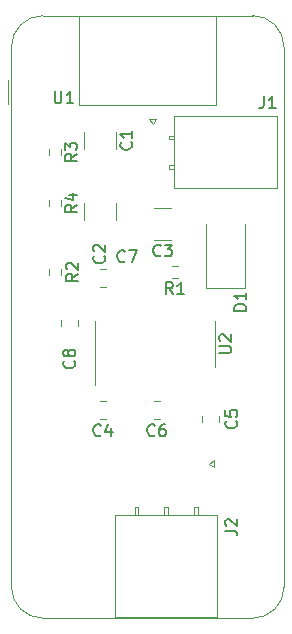
<source format=gbr>
%TF.GenerationSoftware,KiCad,Pcbnew,(5.1.10)-1*%
%TF.CreationDate,2021-08-19T13:56:03-06:00*%
%TF.ProjectId,Remote Ocean Acidification Monitor,52656d6f-7465-4204-9f63-65616e204163,rev?*%
%TF.SameCoordinates,Original*%
%TF.FileFunction,Legend,Top*%
%TF.FilePolarity,Positive*%
%FSLAX46Y46*%
G04 Gerber Fmt 4.6, Leading zero omitted, Abs format (unit mm)*
G04 Created by KiCad (PCBNEW (5.1.10)-1) date 2021-08-19 13:56:03*
%MOMM*%
%LPD*%
G01*
G04 APERTURE LIST*
%ADD10C,0.120000*%
%ADD11C,0.150000*%
G04 APERTURE END LIST*
D10*
%TO.C,J1*%
X138570000Y-87405736D02*
X138870000Y-87830000D01*
X139170000Y-87405736D02*
X138570000Y-87405736D01*
X138870000Y-87830000D02*
X139170000Y-87405736D01*
X140230000Y-91590000D02*
X140680000Y-91590000D01*
X140230000Y-91290000D02*
X140230000Y-91590000D01*
X140680000Y-91290000D02*
X140230000Y-91290000D01*
X140680000Y-91590000D02*
X140680000Y-91290000D01*
X140230000Y-89090000D02*
X140680000Y-89090000D01*
X140230000Y-88790000D02*
X140230000Y-89090000D01*
X140680000Y-88790000D02*
X140230000Y-88790000D01*
X140680000Y-89090000D02*
X140680000Y-88790000D01*
X149360000Y-87110000D02*
X140680000Y-87110000D01*
X149360000Y-93270000D02*
X149360000Y-87110000D01*
X140680000Y-93270000D02*
X149360000Y-93270000D01*
X140680000Y-87110000D02*
X140680000Y-93270000D01*
%TO.C,D1*%
X143384000Y-101666000D02*
X143384000Y-96266000D01*
X146684000Y-101666000D02*
X146684000Y-96266000D01*
X143384000Y-101666000D02*
X146684000Y-101666000D01*
%TO.C,J2*%
X144028264Y-116286000D02*
X143604000Y-116586000D01*
X144028264Y-116886000D02*
X144028264Y-116286000D01*
X143604000Y-116586000D02*
X144028264Y-116886000D01*
X137344000Y-120196000D02*
X137344000Y-120896000D01*
X137644000Y-120196000D02*
X137344000Y-120196000D01*
X137644000Y-120896000D02*
X137644000Y-120196000D01*
X137344000Y-120896000D02*
X137644000Y-120896000D01*
X139844000Y-120196000D02*
X139844000Y-120896000D01*
X140144000Y-120196000D02*
X139844000Y-120196000D01*
X140144000Y-120896000D02*
X140144000Y-120196000D01*
X139844000Y-120896000D02*
X140144000Y-120896000D01*
X142344000Y-120196000D02*
X142344000Y-120896000D01*
X142644000Y-120196000D02*
X142344000Y-120196000D01*
X142644000Y-120896000D02*
X142644000Y-120196000D01*
X142344000Y-120896000D02*
X142644000Y-120896000D01*
X144324000Y-129576000D02*
X144324000Y-120896000D01*
X135664000Y-129576000D02*
X144324000Y-129576000D01*
X135664000Y-120896000D02*
X135664000Y-129576000D01*
X144324000Y-120896000D02*
X135664000Y-120896000D01*
%TO.C,A1*%
X126570000Y-86090000D02*
X126570000Y-84090000D01*
X126890000Y-81280000D02*
X126890000Y-127000000D01*
X149970000Y-81280000D02*
X149970000Y-127000000D01*
X147320000Y-129650000D02*
X129540000Y-129650000D01*
X147320000Y-78630000D02*
X129540000Y-78630000D01*
X129540000Y-129650000D02*
G75*
G02*
X126890000Y-127000000I0J2650000D01*
G01*
X149970000Y-127000000D02*
G75*
G02*
X147320000Y-129650000I-2650000J0D01*
G01*
X126890000Y-81280000D02*
G75*
G02*
X129540000Y-78630000I2650000J0D01*
G01*
X147320000Y-78630000D02*
G75*
G02*
X149970000Y-81280000I0J-2650000D01*
G01*
%TO.C,C1*%
X135726000Y-89903752D02*
X135726000Y-88481248D01*
X133006000Y-89903752D02*
X133006000Y-88481248D01*
%TO.C,C2*%
X133006000Y-95961252D02*
X133006000Y-94538748D01*
X135726000Y-95961252D02*
X135726000Y-94538748D01*
%TO.C,C3*%
X140411252Y-97626000D02*
X138988748Y-97626000D01*
X140411252Y-94906000D02*
X138988748Y-94906000D01*
%TO.C,C4*%
X134358748Y-111279000D02*
X134881252Y-111279000D01*
X134358748Y-112749000D02*
X134881252Y-112749000D01*
%TO.C,C5*%
X143029000Y-113058752D02*
X143029000Y-112536248D01*
X144499000Y-113058752D02*
X144499000Y-112536248D01*
%TO.C,C6*%
X138930748Y-111279000D02*
X139453252Y-111279000D01*
X138930748Y-112749000D02*
X139453252Y-112749000D01*
%TO.C,C7*%
X134881252Y-100103000D02*
X134358748Y-100103000D01*
X134881252Y-101573000D02*
X134358748Y-101573000D01*
%TO.C,C8*%
X131091000Y-104386748D02*
X131091000Y-104909252D01*
X132561000Y-104386748D02*
X132561000Y-104909252D01*
%TO.C,U1*%
X144230000Y-78674000D02*
X144230000Y-86224000D01*
X132630000Y-78674000D02*
X144230000Y-78674000D01*
X132630000Y-86224000D02*
X132630000Y-78674000D01*
X144230000Y-86224000D02*
X132630000Y-86224000D01*
%TO.C,U2*%
X144125000Y-106426000D02*
X144125000Y-104476000D01*
X144125000Y-106426000D02*
X144125000Y-108376000D01*
X134005000Y-106426000D02*
X134005000Y-104476000D01*
X134005000Y-106426000D02*
X134005000Y-109876000D01*
%TO.C,R1*%
X140970724Y-100852500D02*
X140461276Y-100852500D01*
X140970724Y-99807500D02*
X140461276Y-99807500D01*
%TO.C,R2*%
X130033500Y-100075276D02*
X130033500Y-100584724D01*
X131078500Y-100075276D02*
X131078500Y-100584724D01*
%TO.C,R3*%
X131078500Y-89915276D02*
X131078500Y-90424724D01*
X130033500Y-89915276D02*
X130033500Y-90424724D01*
%TO.C,R4*%
X130033500Y-94233276D02*
X130033500Y-94742724D01*
X131078500Y-94233276D02*
X131078500Y-94742724D01*
%TO.C,J1*%
D11*
X148256666Y-85472380D02*
X148256666Y-86186666D01*
X148209047Y-86329523D01*
X148113809Y-86424761D01*
X147970952Y-86472380D01*
X147875714Y-86472380D01*
X149256666Y-86472380D02*
X148685238Y-86472380D01*
X148970952Y-86472380D02*
X148970952Y-85472380D01*
X148875714Y-85615238D01*
X148780476Y-85710476D01*
X148685238Y-85758095D01*
%TO.C,D1*%
X146756380Y-103608095D02*
X145756380Y-103608095D01*
X145756380Y-103370000D01*
X145804000Y-103227142D01*
X145899238Y-103131904D01*
X145994476Y-103084285D01*
X146184952Y-103036666D01*
X146327809Y-103036666D01*
X146518285Y-103084285D01*
X146613523Y-103131904D01*
X146708761Y-103227142D01*
X146756380Y-103370000D01*
X146756380Y-103608095D01*
X146756380Y-102084285D02*
X146756380Y-102655714D01*
X146756380Y-102370000D02*
X145756380Y-102370000D01*
X145899238Y-102465238D01*
X145994476Y-102560476D01*
X146042095Y-102655714D01*
%TO.C,J2*%
X144994380Y-122253333D02*
X145708666Y-122253333D01*
X145851523Y-122300952D01*
X145946761Y-122396190D01*
X145994380Y-122539047D01*
X145994380Y-122634285D01*
X145089619Y-121824761D02*
X145042000Y-121777142D01*
X144994380Y-121681904D01*
X144994380Y-121443809D01*
X145042000Y-121348571D01*
X145089619Y-121300952D01*
X145184857Y-121253333D01*
X145280095Y-121253333D01*
X145422952Y-121300952D01*
X145994380Y-121872380D01*
X145994380Y-121253333D01*
%TO.C,C1*%
X137009142Y-89359166D02*
X137056761Y-89406785D01*
X137104380Y-89549642D01*
X137104380Y-89644880D01*
X137056761Y-89787738D01*
X136961523Y-89882976D01*
X136866285Y-89930595D01*
X136675809Y-89978214D01*
X136532952Y-89978214D01*
X136342476Y-89930595D01*
X136247238Y-89882976D01*
X136152000Y-89787738D01*
X136104380Y-89644880D01*
X136104380Y-89549642D01*
X136152000Y-89406785D01*
X136199619Y-89359166D01*
X137104380Y-88406785D02*
X137104380Y-88978214D01*
X137104380Y-88692500D02*
X136104380Y-88692500D01*
X136247238Y-88787738D01*
X136342476Y-88882976D01*
X136390095Y-88978214D01*
%TO.C,C2*%
X134723142Y-98972666D02*
X134770761Y-99020285D01*
X134818380Y-99163142D01*
X134818380Y-99258380D01*
X134770761Y-99401238D01*
X134675523Y-99496476D01*
X134580285Y-99544095D01*
X134389809Y-99591714D01*
X134246952Y-99591714D01*
X134056476Y-99544095D01*
X133961238Y-99496476D01*
X133866000Y-99401238D01*
X133818380Y-99258380D01*
X133818380Y-99163142D01*
X133866000Y-99020285D01*
X133913619Y-98972666D01*
X133913619Y-98591714D02*
X133866000Y-98544095D01*
X133818380Y-98448857D01*
X133818380Y-98210761D01*
X133866000Y-98115523D01*
X133913619Y-98067904D01*
X134008857Y-98020285D01*
X134104095Y-98020285D01*
X134246952Y-98067904D01*
X134818380Y-98639333D01*
X134818380Y-98020285D01*
%TO.C,C3*%
X139533333Y-98923142D02*
X139485714Y-98970761D01*
X139342857Y-99018380D01*
X139247619Y-99018380D01*
X139104761Y-98970761D01*
X139009523Y-98875523D01*
X138961904Y-98780285D01*
X138914285Y-98589809D01*
X138914285Y-98446952D01*
X138961904Y-98256476D01*
X139009523Y-98161238D01*
X139104761Y-98066000D01*
X139247619Y-98018380D01*
X139342857Y-98018380D01*
X139485714Y-98066000D01*
X139533333Y-98113619D01*
X139866666Y-98018380D02*
X140485714Y-98018380D01*
X140152380Y-98399333D01*
X140295238Y-98399333D01*
X140390476Y-98446952D01*
X140438095Y-98494571D01*
X140485714Y-98589809D01*
X140485714Y-98827904D01*
X140438095Y-98923142D01*
X140390476Y-98970761D01*
X140295238Y-99018380D01*
X140009523Y-99018380D01*
X139914285Y-98970761D01*
X139866666Y-98923142D01*
%TO.C,C4*%
X134453333Y-114149142D02*
X134405714Y-114196761D01*
X134262857Y-114244380D01*
X134167619Y-114244380D01*
X134024761Y-114196761D01*
X133929523Y-114101523D01*
X133881904Y-114006285D01*
X133834285Y-113815809D01*
X133834285Y-113672952D01*
X133881904Y-113482476D01*
X133929523Y-113387238D01*
X134024761Y-113292000D01*
X134167619Y-113244380D01*
X134262857Y-113244380D01*
X134405714Y-113292000D01*
X134453333Y-113339619D01*
X135310476Y-113577714D02*
X135310476Y-114244380D01*
X135072380Y-113196761D02*
X134834285Y-113911047D01*
X135453333Y-113911047D01*
%TO.C,C5*%
X145899142Y-112964166D02*
X145946761Y-113011785D01*
X145994380Y-113154642D01*
X145994380Y-113249880D01*
X145946761Y-113392738D01*
X145851523Y-113487976D01*
X145756285Y-113535595D01*
X145565809Y-113583214D01*
X145422952Y-113583214D01*
X145232476Y-113535595D01*
X145137238Y-113487976D01*
X145042000Y-113392738D01*
X144994380Y-113249880D01*
X144994380Y-113154642D01*
X145042000Y-113011785D01*
X145089619Y-112964166D01*
X144994380Y-112059404D02*
X144994380Y-112535595D01*
X145470571Y-112583214D01*
X145422952Y-112535595D01*
X145375333Y-112440357D01*
X145375333Y-112202261D01*
X145422952Y-112107023D01*
X145470571Y-112059404D01*
X145565809Y-112011785D01*
X145803904Y-112011785D01*
X145899142Y-112059404D01*
X145946761Y-112107023D01*
X145994380Y-112202261D01*
X145994380Y-112440357D01*
X145946761Y-112535595D01*
X145899142Y-112583214D01*
%TO.C,C6*%
X139025333Y-114149142D02*
X138977714Y-114196761D01*
X138834857Y-114244380D01*
X138739619Y-114244380D01*
X138596761Y-114196761D01*
X138501523Y-114101523D01*
X138453904Y-114006285D01*
X138406285Y-113815809D01*
X138406285Y-113672952D01*
X138453904Y-113482476D01*
X138501523Y-113387238D01*
X138596761Y-113292000D01*
X138739619Y-113244380D01*
X138834857Y-113244380D01*
X138977714Y-113292000D01*
X139025333Y-113339619D01*
X139882476Y-113244380D02*
X139692000Y-113244380D01*
X139596761Y-113292000D01*
X139549142Y-113339619D01*
X139453904Y-113482476D01*
X139406285Y-113672952D01*
X139406285Y-114053904D01*
X139453904Y-114149142D01*
X139501523Y-114196761D01*
X139596761Y-114244380D01*
X139787238Y-114244380D01*
X139882476Y-114196761D01*
X139930095Y-114149142D01*
X139977714Y-114053904D01*
X139977714Y-113815809D01*
X139930095Y-113720571D01*
X139882476Y-113672952D01*
X139787238Y-113625333D01*
X139596761Y-113625333D01*
X139501523Y-113672952D01*
X139453904Y-113720571D01*
X139406285Y-113815809D01*
%TO.C,C7*%
X136485333Y-99417142D02*
X136437714Y-99464761D01*
X136294857Y-99512380D01*
X136199619Y-99512380D01*
X136056761Y-99464761D01*
X135961523Y-99369523D01*
X135913904Y-99274285D01*
X135866285Y-99083809D01*
X135866285Y-98940952D01*
X135913904Y-98750476D01*
X135961523Y-98655238D01*
X136056761Y-98560000D01*
X136199619Y-98512380D01*
X136294857Y-98512380D01*
X136437714Y-98560000D01*
X136485333Y-98607619D01*
X136818666Y-98512380D02*
X137485333Y-98512380D01*
X137056761Y-99512380D01*
%TO.C,C8*%
X132183142Y-107862666D02*
X132230761Y-107910285D01*
X132278380Y-108053142D01*
X132278380Y-108148380D01*
X132230761Y-108291238D01*
X132135523Y-108386476D01*
X132040285Y-108434095D01*
X131849809Y-108481714D01*
X131706952Y-108481714D01*
X131516476Y-108434095D01*
X131421238Y-108386476D01*
X131326000Y-108291238D01*
X131278380Y-108148380D01*
X131278380Y-108053142D01*
X131326000Y-107910285D01*
X131373619Y-107862666D01*
X131706952Y-107291238D02*
X131659333Y-107386476D01*
X131611714Y-107434095D01*
X131516476Y-107481714D01*
X131468857Y-107481714D01*
X131373619Y-107434095D01*
X131326000Y-107386476D01*
X131278380Y-107291238D01*
X131278380Y-107100761D01*
X131326000Y-107005523D01*
X131373619Y-106957904D01*
X131468857Y-106910285D01*
X131516476Y-106910285D01*
X131611714Y-106957904D01*
X131659333Y-107005523D01*
X131706952Y-107100761D01*
X131706952Y-107291238D01*
X131754571Y-107386476D01*
X131802190Y-107434095D01*
X131897428Y-107481714D01*
X132087904Y-107481714D01*
X132183142Y-107434095D01*
X132230761Y-107386476D01*
X132278380Y-107291238D01*
X132278380Y-107100761D01*
X132230761Y-107005523D01*
X132183142Y-106957904D01*
X132087904Y-106910285D01*
X131897428Y-106910285D01*
X131802190Y-106957904D01*
X131754571Y-107005523D01*
X131706952Y-107100761D01*
%TO.C,U1*%
X130556095Y-85050380D02*
X130556095Y-85859904D01*
X130603714Y-85955142D01*
X130651333Y-86002761D01*
X130746571Y-86050380D01*
X130937047Y-86050380D01*
X131032285Y-86002761D01*
X131079904Y-85955142D01*
X131127523Y-85859904D01*
X131127523Y-85050380D01*
X132127523Y-86050380D02*
X131556095Y-86050380D01*
X131841809Y-86050380D02*
X131841809Y-85050380D01*
X131746571Y-85193238D01*
X131651333Y-85288476D01*
X131556095Y-85336095D01*
%TO.C,U2*%
X144486380Y-107187904D02*
X145295904Y-107187904D01*
X145391142Y-107140285D01*
X145438761Y-107092666D01*
X145486380Y-106997428D01*
X145486380Y-106806952D01*
X145438761Y-106711714D01*
X145391142Y-106664095D01*
X145295904Y-106616476D01*
X144486380Y-106616476D01*
X144581619Y-106187904D02*
X144534000Y-106140285D01*
X144486380Y-106045047D01*
X144486380Y-105806952D01*
X144534000Y-105711714D01*
X144581619Y-105664095D01*
X144676857Y-105616476D01*
X144772095Y-105616476D01*
X144914952Y-105664095D01*
X145486380Y-106235523D01*
X145486380Y-105616476D01*
%TO.C,R1*%
X140549333Y-102212380D02*
X140216000Y-101736190D01*
X139977904Y-102212380D02*
X139977904Y-101212380D01*
X140358857Y-101212380D01*
X140454095Y-101260000D01*
X140501714Y-101307619D01*
X140549333Y-101402857D01*
X140549333Y-101545714D01*
X140501714Y-101640952D01*
X140454095Y-101688571D01*
X140358857Y-101736190D01*
X139977904Y-101736190D01*
X141501714Y-102212380D02*
X140930285Y-102212380D01*
X141216000Y-102212380D02*
X141216000Y-101212380D01*
X141120761Y-101355238D01*
X141025523Y-101450476D01*
X140930285Y-101498095D01*
%TO.C,R2*%
X132532380Y-100496666D02*
X132056190Y-100830000D01*
X132532380Y-101068095D02*
X131532380Y-101068095D01*
X131532380Y-100687142D01*
X131580000Y-100591904D01*
X131627619Y-100544285D01*
X131722857Y-100496666D01*
X131865714Y-100496666D01*
X131960952Y-100544285D01*
X132008571Y-100591904D01*
X132056190Y-100687142D01*
X132056190Y-101068095D01*
X131627619Y-100115714D02*
X131580000Y-100068095D01*
X131532380Y-99972857D01*
X131532380Y-99734761D01*
X131580000Y-99639523D01*
X131627619Y-99591904D01*
X131722857Y-99544285D01*
X131818095Y-99544285D01*
X131960952Y-99591904D01*
X132532380Y-100163333D01*
X132532380Y-99544285D01*
%TO.C,R3*%
X132438380Y-90336666D02*
X131962190Y-90670000D01*
X132438380Y-90908095D02*
X131438380Y-90908095D01*
X131438380Y-90527142D01*
X131486000Y-90431904D01*
X131533619Y-90384285D01*
X131628857Y-90336666D01*
X131771714Y-90336666D01*
X131866952Y-90384285D01*
X131914571Y-90431904D01*
X131962190Y-90527142D01*
X131962190Y-90908095D01*
X131438380Y-90003333D02*
X131438380Y-89384285D01*
X131819333Y-89717619D01*
X131819333Y-89574761D01*
X131866952Y-89479523D01*
X131914571Y-89431904D01*
X132009809Y-89384285D01*
X132247904Y-89384285D01*
X132343142Y-89431904D01*
X132390761Y-89479523D01*
X132438380Y-89574761D01*
X132438380Y-89860476D01*
X132390761Y-89955714D01*
X132343142Y-90003333D01*
%TO.C,R4*%
X132438380Y-94654666D02*
X131962190Y-94988000D01*
X132438380Y-95226095D02*
X131438380Y-95226095D01*
X131438380Y-94845142D01*
X131486000Y-94749904D01*
X131533619Y-94702285D01*
X131628857Y-94654666D01*
X131771714Y-94654666D01*
X131866952Y-94702285D01*
X131914571Y-94749904D01*
X131962190Y-94845142D01*
X131962190Y-95226095D01*
X131771714Y-93797523D02*
X132438380Y-93797523D01*
X131390761Y-94035619D02*
X132105047Y-94273714D01*
X132105047Y-93654666D01*
%TD*%
M02*

</source>
